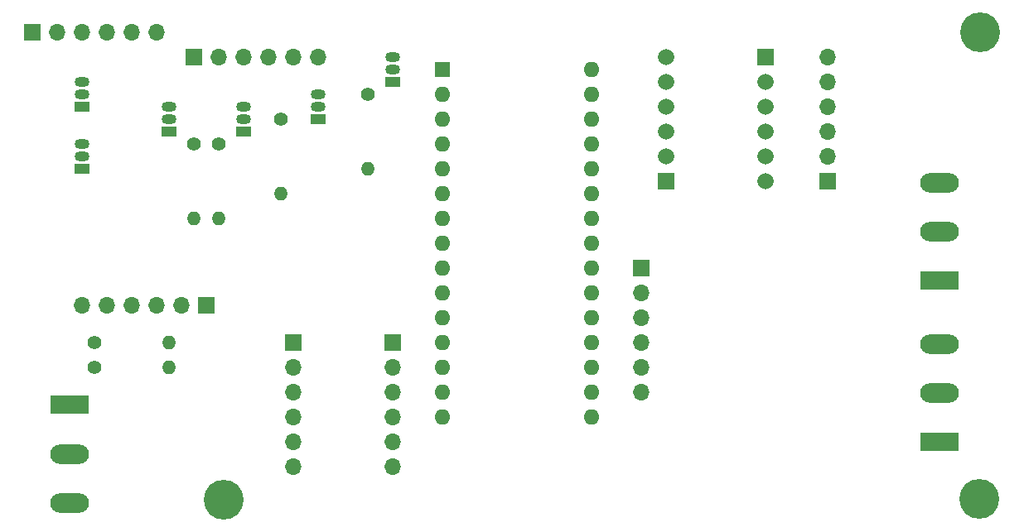
<source format=gbr>
%TF.GenerationSoftware,KiCad,Pcbnew,9.0.4*%
%TF.CreationDate,2025-09-23T14:36:18+02:00*%
%TF.ProjectId,filter shield,66696c74-6572-4207-9368-69656c642e6b,rev?*%
%TF.SameCoordinates,Original*%
%TF.FileFunction,Soldermask,Top*%
%TF.FilePolarity,Negative*%
%FSLAX46Y46*%
G04 Gerber Fmt 4.6, Leading zero omitted, Abs format (unit mm)*
G04 Created by KiCad (PCBNEW 9.0.4) date 2025-09-23 14:36:18*
%MOMM*%
%LPD*%
G01*
G04 APERTURE LIST*
%ADD10C,4.064000*%
%ADD11R,3.960000X1.980000*%
%ADD12O,3.960000X1.980000*%
%ADD13R,1.665000X1.665000*%
%ADD14C,1.665000*%
%ADD15R,1.700000X1.700000*%
%ADD16O,1.700000X1.700000*%
%ADD17R,1.500000X1.050000*%
%ADD18O,1.500000X1.050000*%
%ADD19C,1.400000*%
%ADD20O,1.400000X1.400000*%
%ADD21R,1.600000X1.600000*%
%ADD22O,1.600000X1.600000*%
G04 APERTURE END LIST*
D10*
%TO.C,P8*%
X124900000Y-118890000D03*
%TD*%
%TO.C,P10*%
X202170000Y-118860000D03*
%TD*%
%TO.C,P13*%
X202200000Y-71070000D03*
%TD*%
D11*
%TO.C,J1*%
X198120000Y-96520000D03*
D12*
X198120000Y-91520000D03*
X198120000Y-86520000D03*
%TD*%
D11*
%TO.C,J2*%
X198120000Y-113030000D03*
D12*
X198120000Y-108030000D03*
X198120000Y-103030000D03*
%TD*%
D13*
%TO.C,U1*%
X180340000Y-73660000D03*
D14*
X180340000Y-76200000D03*
X180340000Y-78740000D03*
X180340000Y-81280000D03*
X180340000Y-83820000D03*
X180340000Y-86360000D03*
D13*
X170180000Y-86360000D03*
D14*
X170180000Y-83820000D03*
X170180000Y-81280000D03*
X170180000Y-78740000D03*
X170180000Y-76200000D03*
X170180000Y-73660000D03*
%TD*%
D15*
%TO.C,J7*%
X186690000Y-86360000D03*
D16*
X186690000Y-83820000D03*
X186690000Y-81280000D03*
X186690000Y-78740000D03*
X186690000Y-76200000D03*
X186690000Y-73660000D03*
%TD*%
D15*
%TO.C,J8*%
X142240000Y-102870000D03*
D16*
X142240000Y-105410000D03*
X142240000Y-107950000D03*
X142240000Y-110490000D03*
X142240000Y-113030000D03*
X142240000Y-115570000D03*
%TD*%
D15*
%TO.C,J9*%
X121920000Y-73660000D03*
D16*
X124460000Y-73660000D03*
X127000000Y-73660000D03*
X129540000Y-73660000D03*
X132080000Y-73660000D03*
X134620000Y-73660000D03*
%TD*%
D15*
%TO.C,J3*%
X123190000Y-99060000D03*
D16*
X120650000Y-99060000D03*
X118110000Y-99060000D03*
X115570000Y-99060000D03*
X113030000Y-99060000D03*
X110490000Y-99060000D03*
%TD*%
D17*
%TO.C,Q1*%
X110490000Y-78740000D03*
D18*
X110490000Y-77470000D03*
X110490000Y-76200000D03*
%TD*%
D19*
%TO.C,R1*%
X111760000Y-105410000D03*
D20*
X119380000Y-105410000D03*
%TD*%
D17*
%TO.C,Q2*%
X110490000Y-85090000D03*
D18*
X110490000Y-83820000D03*
X110490000Y-82550000D03*
%TD*%
D19*
%TO.C,R2*%
X111760000Y-102870000D03*
D20*
X119380000Y-102870000D03*
%TD*%
D11*
%TO.C,J6*%
X109220000Y-109220000D03*
D12*
X109220000Y-114220000D03*
X109220000Y-119220000D03*
%TD*%
D17*
%TO.C,Q3*%
X119380000Y-81280000D03*
D18*
X119380000Y-80010000D03*
X119380000Y-78740000D03*
%TD*%
D17*
%TO.C,Q4*%
X127000000Y-81280000D03*
D18*
X127000000Y-80010000D03*
X127000000Y-78740000D03*
%TD*%
D17*
%TO.C,Q5*%
X134620000Y-80010000D03*
D18*
X134620000Y-78740000D03*
X134620000Y-77470000D03*
%TD*%
D17*
%TO.C,Q6*%
X142240000Y-76200000D03*
D18*
X142240000Y-74930000D03*
X142240000Y-73660000D03*
%TD*%
D19*
%TO.C,R3*%
X121920000Y-82550000D03*
D20*
X121920000Y-90170000D03*
%TD*%
D19*
%TO.C,R4*%
X124460000Y-82550000D03*
D20*
X124460000Y-90170000D03*
%TD*%
D19*
%TO.C,R5*%
X130810000Y-80010000D03*
D20*
X130810000Y-87630000D03*
%TD*%
D19*
%TO.C,R6*%
X139700000Y-77470000D03*
D20*
X139700000Y-85090000D03*
%TD*%
D21*
%TO.C,A1*%
X147320000Y-74930000D03*
D22*
X147320000Y-77470000D03*
X147320000Y-80010000D03*
X147320000Y-82550000D03*
X147320000Y-85090000D03*
X147320000Y-87630000D03*
X147320000Y-90170000D03*
X147320000Y-92710000D03*
X147320000Y-95250000D03*
X147320000Y-97790000D03*
X147320000Y-100330000D03*
X147320000Y-102870000D03*
X147320000Y-105410000D03*
X147320000Y-107950000D03*
X147320000Y-110490000D03*
X162560000Y-110490000D03*
X162560000Y-107950000D03*
X162560000Y-105410000D03*
X162560000Y-102870000D03*
X162560000Y-100330000D03*
X162560000Y-97790000D03*
X162560000Y-95250000D03*
X162560000Y-92710000D03*
X162560000Y-90170000D03*
X162560000Y-87630000D03*
X162560000Y-85090000D03*
X162560000Y-82550000D03*
X162560000Y-80010000D03*
X162560000Y-77470000D03*
X162560000Y-74930000D03*
%TD*%
D15*
%TO.C,J4*%
X132080000Y-102870000D03*
D16*
X132080000Y-105410000D03*
X132080000Y-107950000D03*
X132080000Y-110490000D03*
X132080000Y-113030000D03*
X132080000Y-115570000D03*
%TD*%
D15*
%TO.C,J5*%
X105410000Y-71120000D03*
D16*
X107950000Y-71120000D03*
X110490000Y-71120000D03*
X113030000Y-71120000D03*
X115570000Y-71120000D03*
X118110000Y-71120000D03*
%TD*%
D15*
%TO.C,J10*%
X167640000Y-95250000D03*
D16*
X167640000Y-97790000D03*
X167640000Y-100330000D03*
X167640000Y-102870000D03*
X167640000Y-105410000D03*
X167640000Y-107950000D03*
%TD*%
M02*

</source>
